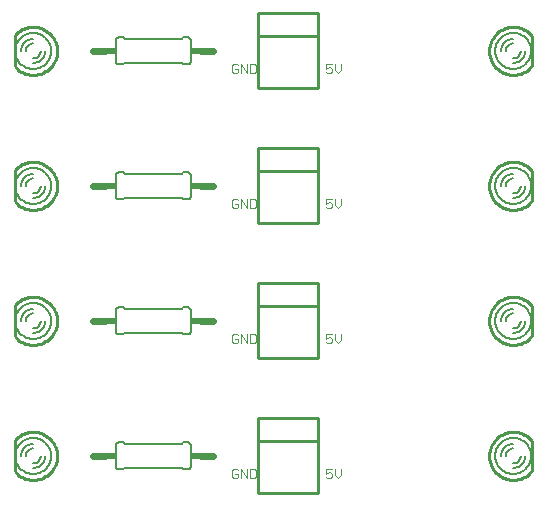
<source format=gto>
G75*
G70*
%OFA0B0*%
%FSLAX24Y24*%
%IPPOS*%
%LPD*%
%AMOC8*
5,1,8,0,0,1.08239X$1,22.5*
%
%ADD10C,0.0010*%
%ADD11C,0.0100*%
%ADD12C,0.0060*%
%ADD13C,0.0240*%
%ADD14R,0.0340X0.0240*%
D10*
X009439Y001407D02*
X009491Y001355D01*
X009594Y001355D01*
X009646Y001407D01*
X009646Y001510D01*
X009542Y001510D01*
X009439Y001407D02*
X009439Y001614D01*
X009491Y001665D01*
X009594Y001665D01*
X009646Y001614D01*
X009734Y001665D02*
X009940Y001355D01*
X009940Y001665D01*
X010028Y001665D02*
X010183Y001665D01*
X010235Y001614D01*
X010235Y001407D01*
X010183Y001355D01*
X010028Y001355D01*
X010028Y001665D01*
X009734Y001665D02*
X009734Y001355D01*
X012564Y001407D02*
X012616Y001355D01*
X012719Y001355D01*
X012771Y001407D01*
X012771Y001510D01*
X012719Y001562D01*
X012667Y001562D01*
X012564Y001510D01*
X012564Y001665D01*
X012771Y001665D01*
X012859Y001665D02*
X012859Y001458D01*
X012962Y001355D01*
X013065Y001458D01*
X013065Y001665D01*
X012962Y005855D02*
X013065Y005958D01*
X013065Y006165D01*
X012859Y006165D02*
X012859Y005958D01*
X012962Y005855D01*
X012771Y005907D02*
X012719Y005855D01*
X012616Y005855D01*
X012564Y005907D01*
X012564Y006010D02*
X012667Y006062D01*
X012719Y006062D01*
X012771Y006010D01*
X012771Y005907D01*
X012564Y006010D02*
X012564Y006165D01*
X012771Y006165D01*
X010235Y006114D02*
X010235Y005907D01*
X010183Y005855D01*
X010028Y005855D01*
X010028Y006165D01*
X010183Y006165D01*
X010235Y006114D01*
X009940Y006165D02*
X009940Y005855D01*
X009734Y006165D01*
X009734Y005855D01*
X009646Y005907D02*
X009646Y006010D01*
X009542Y006010D01*
X009439Y005907D02*
X009491Y005855D01*
X009594Y005855D01*
X009646Y005907D01*
X009646Y006114D02*
X009594Y006165D01*
X009491Y006165D01*
X009439Y006114D01*
X009439Y005907D01*
X009491Y010355D02*
X009594Y010355D01*
X009646Y010407D01*
X009646Y010510D01*
X009542Y010510D01*
X009439Y010407D02*
X009491Y010355D01*
X009439Y010407D02*
X009439Y010614D01*
X009491Y010665D01*
X009594Y010665D01*
X009646Y010614D01*
X009734Y010665D02*
X009940Y010355D01*
X009940Y010665D01*
X010028Y010665D02*
X010183Y010665D01*
X010235Y010614D01*
X010235Y010407D01*
X010183Y010355D01*
X010028Y010355D01*
X010028Y010665D01*
X009734Y010665D02*
X009734Y010355D01*
X012564Y010407D02*
X012616Y010355D01*
X012719Y010355D01*
X012771Y010407D01*
X012771Y010510D01*
X012719Y010562D01*
X012667Y010562D01*
X012564Y010510D01*
X012564Y010665D01*
X012771Y010665D01*
X012859Y010665D02*
X012859Y010458D01*
X012962Y010355D01*
X013065Y010458D01*
X013065Y010665D01*
X012962Y014855D02*
X013065Y014958D01*
X013065Y015165D01*
X012859Y015165D02*
X012859Y014958D01*
X012962Y014855D01*
X012771Y014907D02*
X012719Y014855D01*
X012616Y014855D01*
X012564Y014907D01*
X012564Y015010D02*
X012667Y015062D01*
X012719Y015062D01*
X012771Y015010D01*
X012771Y014907D01*
X012564Y015010D02*
X012564Y015165D01*
X012771Y015165D01*
X010235Y015114D02*
X010235Y014907D01*
X010183Y014855D01*
X010028Y014855D01*
X010028Y015165D01*
X010183Y015165D01*
X010235Y015114D01*
X009940Y015165D02*
X009940Y014855D01*
X009734Y015165D01*
X009734Y014855D01*
X009646Y014907D02*
X009646Y015010D01*
X009542Y015010D01*
X009439Y014907D02*
X009491Y014855D01*
X009594Y014855D01*
X009646Y014907D01*
X009439Y014907D02*
X009439Y015114D01*
X009491Y015165D01*
X009594Y015165D01*
X009646Y015114D01*
D11*
X002189Y002600D02*
X002189Y001600D01*
X002809Y001300D02*
X002863Y001302D01*
X002917Y001307D01*
X002970Y001316D01*
X003023Y001329D01*
X003074Y001345D01*
X003124Y001365D01*
X003173Y001388D01*
X003221Y001414D01*
X003266Y001443D01*
X003309Y001476D01*
X003350Y001511D01*
X003389Y001549D01*
X003425Y001589D01*
X003458Y001632D01*
X003488Y001677D01*
X003515Y001724D01*
X003504Y002497D02*
X003474Y002545D01*
X003441Y002590D01*
X003405Y002633D01*
X003367Y002674D01*
X003325Y002711D01*
X003281Y002746D01*
X003235Y002777D01*
X003186Y002806D01*
X003136Y002830D01*
X003084Y002851D01*
X003030Y002869D01*
X002976Y002882D01*
X002921Y002892D01*
X002865Y002898D01*
X002809Y002900D01*
X003490Y002519D02*
X003518Y002471D01*
X003542Y002422D01*
X003562Y002370D01*
X003579Y002318D01*
X003592Y002264D01*
X003601Y002210D01*
X003607Y002155D01*
X003609Y002100D01*
X003607Y002044D01*
X003601Y001987D01*
X003591Y001932D01*
X003577Y001877D01*
X003560Y001824D01*
X003538Y001771D01*
X003513Y001721D01*
X002809Y001300D02*
X002755Y001302D01*
X002702Y001307D01*
X002648Y001316D01*
X002596Y001329D01*
X002545Y001345D01*
X002494Y001365D01*
X002445Y001387D01*
X002398Y001413D01*
X002353Y001443D01*
X002310Y001475D01*
X002269Y001510D01*
X002230Y001548D01*
X002194Y001588D01*
X002198Y002617D02*
X002234Y002656D01*
X002273Y002694D01*
X002313Y002728D01*
X002356Y002760D01*
X002401Y002788D01*
X002448Y002814D01*
X002497Y002837D01*
X002547Y002856D01*
X002598Y002872D01*
X002650Y002884D01*
X002702Y002893D01*
X002756Y002898D01*
X002809Y002900D01*
X002189Y006100D02*
X002189Y007100D01*
X003490Y007019D02*
X003518Y006971D01*
X003542Y006922D01*
X003562Y006870D01*
X003579Y006818D01*
X003592Y006764D01*
X003601Y006710D01*
X003607Y006655D01*
X003609Y006600D01*
X003504Y006997D02*
X003474Y007045D01*
X003441Y007090D01*
X003405Y007133D01*
X003367Y007174D01*
X003325Y007211D01*
X003281Y007246D01*
X003235Y007277D01*
X003186Y007306D01*
X003136Y007330D01*
X003084Y007351D01*
X003030Y007369D01*
X002976Y007382D01*
X002921Y007392D01*
X002865Y007398D01*
X002809Y007400D01*
X003609Y006600D02*
X003607Y006544D01*
X003601Y006487D01*
X003591Y006432D01*
X003577Y006377D01*
X003560Y006324D01*
X003538Y006271D01*
X003513Y006221D01*
X002809Y005800D02*
X002755Y005802D01*
X002702Y005807D01*
X002648Y005816D01*
X002596Y005829D01*
X002545Y005845D01*
X002494Y005865D01*
X002445Y005887D01*
X002398Y005913D01*
X002353Y005943D01*
X002310Y005975D01*
X002269Y006010D01*
X002230Y006048D01*
X002194Y006088D01*
X002809Y005800D02*
X002863Y005802D01*
X002917Y005807D01*
X002970Y005816D01*
X003023Y005829D01*
X003074Y005845D01*
X003124Y005865D01*
X003173Y005888D01*
X003221Y005914D01*
X003266Y005943D01*
X003309Y005976D01*
X003350Y006011D01*
X003389Y006049D01*
X003425Y006089D01*
X003458Y006132D01*
X003488Y006177D01*
X003515Y006224D01*
X002809Y007400D02*
X002756Y007398D01*
X002702Y007393D01*
X002650Y007384D01*
X002598Y007372D01*
X002547Y007356D01*
X002497Y007337D01*
X002448Y007314D01*
X002401Y007288D01*
X002356Y007260D01*
X002313Y007228D01*
X002273Y007194D01*
X002234Y007156D01*
X002198Y007117D01*
X002189Y010600D02*
X002189Y011600D01*
X003490Y011519D02*
X003518Y011471D01*
X003542Y011422D01*
X003562Y011370D01*
X003579Y011318D01*
X003592Y011264D01*
X003601Y011210D01*
X003607Y011155D01*
X003609Y011100D01*
X003504Y011497D02*
X003474Y011545D01*
X003441Y011590D01*
X003405Y011633D01*
X003367Y011674D01*
X003325Y011711D01*
X003281Y011746D01*
X003235Y011777D01*
X003186Y011806D01*
X003136Y011830D01*
X003084Y011851D01*
X003030Y011869D01*
X002976Y011882D01*
X002921Y011892D01*
X002865Y011898D01*
X002809Y011900D01*
X003609Y011100D02*
X003607Y011044D01*
X003601Y010987D01*
X003591Y010932D01*
X003577Y010877D01*
X003560Y010824D01*
X003538Y010771D01*
X003513Y010721D01*
X002809Y010300D02*
X002755Y010302D01*
X002702Y010307D01*
X002648Y010316D01*
X002596Y010329D01*
X002545Y010345D01*
X002494Y010365D01*
X002445Y010387D01*
X002398Y010413D01*
X002353Y010443D01*
X002310Y010475D01*
X002269Y010510D01*
X002230Y010548D01*
X002194Y010588D01*
X002809Y010300D02*
X002863Y010302D01*
X002917Y010307D01*
X002970Y010316D01*
X003023Y010329D01*
X003074Y010345D01*
X003124Y010365D01*
X003173Y010388D01*
X003221Y010414D01*
X003266Y010443D01*
X003309Y010476D01*
X003350Y010511D01*
X003389Y010549D01*
X003425Y010589D01*
X003458Y010632D01*
X003488Y010677D01*
X003515Y010724D01*
X002809Y011900D02*
X002756Y011898D01*
X002702Y011893D01*
X002650Y011884D01*
X002598Y011872D01*
X002547Y011856D01*
X002497Y011837D01*
X002448Y011814D01*
X002401Y011788D01*
X002356Y011760D01*
X002313Y011728D01*
X002273Y011694D01*
X002234Y011656D01*
X002198Y011617D01*
X002189Y015100D02*
X002189Y016100D01*
X003490Y016019D02*
X003518Y015971D01*
X003542Y015922D01*
X003562Y015870D01*
X003579Y015818D01*
X003592Y015764D01*
X003601Y015710D01*
X003607Y015655D01*
X003609Y015600D01*
X003504Y015997D02*
X003474Y016045D01*
X003441Y016090D01*
X003405Y016133D01*
X003367Y016174D01*
X003325Y016211D01*
X003281Y016246D01*
X003235Y016277D01*
X003186Y016306D01*
X003136Y016330D01*
X003084Y016351D01*
X003030Y016369D01*
X002976Y016382D01*
X002921Y016392D01*
X002865Y016398D01*
X002809Y016400D01*
X003609Y015600D02*
X003607Y015544D01*
X003601Y015487D01*
X003591Y015432D01*
X003577Y015377D01*
X003560Y015324D01*
X003538Y015271D01*
X003513Y015221D01*
X002809Y014800D02*
X002755Y014802D01*
X002702Y014807D01*
X002648Y014816D01*
X002596Y014829D01*
X002545Y014845D01*
X002494Y014865D01*
X002445Y014887D01*
X002398Y014913D01*
X002353Y014943D01*
X002310Y014975D01*
X002269Y015010D01*
X002230Y015048D01*
X002194Y015088D01*
X002809Y014800D02*
X002863Y014802D01*
X002917Y014807D01*
X002970Y014816D01*
X003023Y014829D01*
X003074Y014845D01*
X003124Y014865D01*
X003173Y014888D01*
X003221Y014914D01*
X003266Y014943D01*
X003309Y014976D01*
X003350Y015011D01*
X003389Y015049D01*
X003425Y015089D01*
X003458Y015132D01*
X003488Y015177D01*
X003515Y015224D01*
X002809Y016400D02*
X002756Y016398D01*
X002702Y016393D01*
X002650Y016384D01*
X002598Y016372D01*
X002547Y016356D01*
X002497Y016337D01*
X002448Y016314D01*
X002401Y016288D01*
X002356Y016260D01*
X002313Y016228D01*
X002273Y016194D01*
X002234Y016156D01*
X002198Y016117D01*
X010309Y016100D02*
X010309Y014350D01*
X012309Y014350D01*
X012309Y016100D01*
X010309Y016100D01*
X010309Y016850D01*
X012309Y016850D01*
X012309Y016100D01*
X012309Y012350D02*
X010309Y012350D01*
X010309Y011600D01*
X012309Y011600D01*
X012309Y009850D01*
X010309Y009850D01*
X010309Y011600D01*
X012309Y011600D02*
X012309Y012350D01*
X012309Y007850D02*
X010309Y007850D01*
X010309Y007100D01*
X012309Y007100D01*
X012309Y005350D01*
X010309Y005350D01*
X010309Y007100D01*
X012309Y007100D02*
X012309Y007850D01*
X012309Y003350D02*
X010309Y003350D01*
X010309Y002600D01*
X012309Y002600D01*
X012309Y000850D01*
X010309Y000850D01*
X010309Y002600D01*
X012309Y002600D02*
X012309Y003350D01*
X018114Y001703D02*
X018144Y001655D01*
X018177Y001610D01*
X018213Y001567D01*
X018251Y001526D01*
X018293Y001489D01*
X018337Y001454D01*
X018383Y001423D01*
X018432Y001394D01*
X018482Y001370D01*
X018534Y001349D01*
X018588Y001331D01*
X018642Y001318D01*
X018697Y001308D01*
X018753Y001302D01*
X018809Y001300D01*
X019429Y001600D02*
X019429Y002600D01*
X018809Y002900D02*
X018755Y002898D01*
X018701Y002893D01*
X018648Y002884D01*
X018595Y002871D01*
X018544Y002855D01*
X018494Y002835D01*
X018445Y002812D01*
X018397Y002786D01*
X018352Y002757D01*
X018309Y002724D01*
X018268Y002689D01*
X018229Y002651D01*
X018193Y002611D01*
X018160Y002568D01*
X018130Y002523D01*
X018103Y002476D01*
X018105Y002479D02*
X018080Y002429D01*
X018058Y002376D01*
X018041Y002323D01*
X018027Y002268D01*
X018017Y002213D01*
X018011Y002156D01*
X018009Y002100D01*
X018011Y002045D01*
X018017Y001990D01*
X018026Y001936D01*
X018039Y001882D01*
X018056Y001830D01*
X018076Y001778D01*
X018100Y001729D01*
X018128Y001681D01*
X018809Y002900D02*
X018863Y002898D01*
X018916Y002893D01*
X018970Y002884D01*
X019022Y002871D01*
X019073Y002855D01*
X019124Y002835D01*
X019173Y002813D01*
X019220Y002787D01*
X019265Y002757D01*
X019308Y002725D01*
X019349Y002690D01*
X019388Y002652D01*
X019424Y002612D01*
X019420Y001583D02*
X019384Y001544D01*
X019345Y001506D01*
X019305Y001472D01*
X019262Y001440D01*
X019217Y001412D01*
X019170Y001386D01*
X019121Y001363D01*
X019071Y001344D01*
X019020Y001328D01*
X018968Y001316D01*
X018916Y001307D01*
X018862Y001302D01*
X018809Y001300D01*
X019429Y006100D02*
X019429Y007100D01*
X018809Y007400D02*
X018755Y007398D01*
X018701Y007393D01*
X018648Y007384D01*
X018595Y007371D01*
X018544Y007355D01*
X018494Y007335D01*
X018445Y007312D01*
X018397Y007286D01*
X018352Y007257D01*
X018309Y007224D01*
X018268Y007189D01*
X018229Y007151D01*
X018193Y007111D01*
X018160Y007068D01*
X018130Y007023D01*
X018103Y006976D01*
X018114Y006203D02*
X018144Y006155D01*
X018177Y006110D01*
X018213Y006067D01*
X018251Y006026D01*
X018293Y005989D01*
X018337Y005954D01*
X018383Y005923D01*
X018432Y005894D01*
X018482Y005870D01*
X018534Y005849D01*
X018588Y005831D01*
X018642Y005818D01*
X018697Y005808D01*
X018753Y005802D01*
X018809Y005800D01*
X018128Y006181D02*
X018100Y006229D01*
X018076Y006278D01*
X018056Y006330D01*
X018039Y006382D01*
X018026Y006436D01*
X018017Y006490D01*
X018011Y006545D01*
X018009Y006600D01*
X018011Y006656D01*
X018017Y006713D01*
X018027Y006768D01*
X018041Y006823D01*
X018058Y006876D01*
X018080Y006929D01*
X018105Y006979D01*
X018809Y007400D02*
X018863Y007398D01*
X018916Y007393D01*
X018970Y007384D01*
X019022Y007371D01*
X019073Y007355D01*
X019124Y007335D01*
X019173Y007313D01*
X019220Y007287D01*
X019265Y007257D01*
X019308Y007225D01*
X019349Y007190D01*
X019388Y007152D01*
X019424Y007112D01*
X019420Y006083D02*
X019384Y006044D01*
X019345Y006006D01*
X019305Y005972D01*
X019262Y005940D01*
X019217Y005912D01*
X019170Y005886D01*
X019121Y005863D01*
X019071Y005844D01*
X019020Y005828D01*
X018968Y005816D01*
X018916Y005807D01*
X018862Y005802D01*
X018809Y005800D01*
X019429Y010600D02*
X019429Y011600D01*
X018809Y011900D02*
X018755Y011898D01*
X018701Y011893D01*
X018648Y011884D01*
X018595Y011871D01*
X018544Y011855D01*
X018494Y011835D01*
X018445Y011812D01*
X018397Y011786D01*
X018352Y011757D01*
X018309Y011724D01*
X018268Y011689D01*
X018229Y011651D01*
X018193Y011611D01*
X018160Y011568D01*
X018130Y011523D01*
X018103Y011476D01*
X018114Y010703D02*
X018144Y010655D01*
X018177Y010610D01*
X018213Y010567D01*
X018251Y010526D01*
X018293Y010489D01*
X018337Y010454D01*
X018383Y010423D01*
X018432Y010394D01*
X018482Y010370D01*
X018534Y010349D01*
X018588Y010331D01*
X018642Y010318D01*
X018697Y010308D01*
X018753Y010302D01*
X018809Y010300D01*
X018128Y010681D02*
X018100Y010729D01*
X018076Y010778D01*
X018056Y010830D01*
X018039Y010882D01*
X018026Y010936D01*
X018017Y010990D01*
X018011Y011045D01*
X018009Y011100D01*
X018011Y011156D01*
X018017Y011213D01*
X018027Y011268D01*
X018041Y011323D01*
X018058Y011376D01*
X018080Y011429D01*
X018105Y011479D01*
X018809Y011900D02*
X018863Y011898D01*
X018916Y011893D01*
X018970Y011884D01*
X019022Y011871D01*
X019073Y011855D01*
X019124Y011835D01*
X019173Y011813D01*
X019220Y011787D01*
X019265Y011757D01*
X019308Y011725D01*
X019349Y011690D01*
X019388Y011652D01*
X019424Y011612D01*
X019420Y010583D02*
X019384Y010544D01*
X019345Y010506D01*
X019305Y010472D01*
X019262Y010440D01*
X019217Y010412D01*
X019170Y010386D01*
X019121Y010363D01*
X019071Y010344D01*
X019020Y010328D01*
X018968Y010316D01*
X018916Y010307D01*
X018862Y010302D01*
X018809Y010300D01*
X019429Y015100D02*
X019429Y016100D01*
X018809Y016400D02*
X018755Y016398D01*
X018701Y016393D01*
X018648Y016384D01*
X018595Y016371D01*
X018544Y016355D01*
X018494Y016335D01*
X018445Y016312D01*
X018397Y016286D01*
X018352Y016257D01*
X018309Y016224D01*
X018268Y016189D01*
X018229Y016151D01*
X018193Y016111D01*
X018160Y016068D01*
X018130Y016023D01*
X018103Y015976D01*
X018114Y015203D02*
X018144Y015155D01*
X018177Y015110D01*
X018213Y015067D01*
X018251Y015026D01*
X018293Y014989D01*
X018337Y014954D01*
X018383Y014923D01*
X018432Y014894D01*
X018482Y014870D01*
X018534Y014849D01*
X018588Y014831D01*
X018642Y014818D01*
X018697Y014808D01*
X018753Y014802D01*
X018809Y014800D01*
X018128Y015181D02*
X018100Y015229D01*
X018076Y015278D01*
X018056Y015330D01*
X018039Y015382D01*
X018026Y015436D01*
X018017Y015490D01*
X018011Y015545D01*
X018009Y015600D01*
X018011Y015656D01*
X018017Y015713D01*
X018027Y015768D01*
X018041Y015823D01*
X018058Y015876D01*
X018080Y015929D01*
X018105Y015979D01*
X018809Y016400D02*
X018863Y016398D01*
X018916Y016393D01*
X018970Y016384D01*
X019022Y016371D01*
X019073Y016355D01*
X019124Y016335D01*
X019173Y016313D01*
X019220Y016287D01*
X019265Y016257D01*
X019308Y016225D01*
X019349Y016190D01*
X019388Y016152D01*
X019424Y016112D01*
X019420Y015083D02*
X019384Y015044D01*
X019345Y015006D01*
X019305Y014972D01*
X019262Y014940D01*
X019217Y014912D01*
X019170Y014886D01*
X019121Y014863D01*
X019071Y014844D01*
X019020Y014828D01*
X018968Y014816D01*
X018916Y014807D01*
X018862Y014802D01*
X018809Y014800D01*
D12*
X018361Y015201D02*
X018330Y015239D01*
X018302Y015279D01*
X018278Y015321D01*
X018257Y015364D01*
X018240Y015410D01*
X018227Y015456D01*
X018217Y015504D01*
X018211Y015552D01*
X018209Y015600D01*
X018809Y016200D02*
X018856Y016198D01*
X018904Y016192D01*
X018950Y016183D01*
X018996Y016170D01*
X019040Y016154D01*
X019084Y016133D01*
X019125Y016110D01*
X019164Y016084D01*
X019201Y016054D01*
X019236Y016021D01*
X019268Y015986D01*
X019297Y015949D01*
X018809Y015000D02*
X018764Y015002D01*
X018718Y015007D01*
X018674Y015015D01*
X018630Y015027D01*
X018587Y015043D01*
X018545Y015061D01*
X018505Y015083D01*
X018467Y015107D01*
X018431Y015134D01*
X018396Y015164D01*
X018365Y015197D01*
X018335Y015232D01*
X019409Y015600D02*
X019407Y015647D01*
X019402Y015694D01*
X019392Y015740D01*
X019379Y015786D01*
X019363Y015830D01*
X019343Y015873D01*
X019320Y015914D01*
X019294Y015953D01*
X019265Y015990D01*
X019209Y015600D02*
X019207Y015561D01*
X019201Y015522D01*
X019192Y015484D01*
X019179Y015447D01*
X019162Y015411D01*
X019142Y015378D01*
X019118Y015346D01*
X019092Y015317D01*
X019063Y015291D01*
X019031Y015267D01*
X018998Y015247D01*
X018962Y015230D01*
X018925Y015217D01*
X018887Y015208D01*
X018848Y015202D01*
X018809Y015200D01*
X018209Y015600D02*
X018211Y015646D01*
X018216Y015692D01*
X018225Y015738D01*
X018237Y015782D01*
X018253Y015826D01*
X018272Y015868D01*
X018294Y015909D01*
X018320Y015947D01*
X018348Y015984D01*
X018809Y015000D02*
X018854Y015002D01*
X018900Y015007D01*
X018944Y015015D01*
X018988Y015027D01*
X019031Y015043D01*
X019073Y015061D01*
X019113Y015083D01*
X019151Y015107D01*
X019187Y015134D01*
X019222Y015164D01*
X019253Y015197D01*
X019283Y015232D01*
X019059Y015600D02*
X019057Y015570D01*
X019052Y015540D01*
X019043Y015511D01*
X019030Y015484D01*
X019015Y015458D01*
X018996Y015434D01*
X018975Y015413D01*
X018951Y015394D01*
X018925Y015379D01*
X018898Y015366D01*
X018869Y015357D01*
X018839Y015352D01*
X018809Y015350D01*
X018329Y015960D02*
X018358Y015996D01*
X018390Y016030D01*
X018425Y016061D01*
X018461Y016089D01*
X018500Y016114D01*
X018541Y016137D01*
X018583Y016156D01*
X018626Y016172D01*
X018671Y016184D01*
X018717Y016193D01*
X018763Y016198D01*
X018809Y016200D01*
X019409Y015600D02*
X019407Y015554D01*
X019402Y015508D01*
X019393Y015462D01*
X019381Y015418D01*
X019365Y015374D01*
X019346Y015332D01*
X019324Y015291D01*
X019298Y015253D01*
X019270Y015216D01*
X018809Y016000D02*
X018770Y015998D01*
X018731Y015992D01*
X018693Y015983D01*
X018656Y015970D01*
X018620Y015953D01*
X018587Y015933D01*
X018555Y015909D01*
X018526Y015883D01*
X018500Y015854D01*
X018476Y015822D01*
X018456Y015789D01*
X018439Y015753D01*
X018426Y015716D01*
X018417Y015678D01*
X018411Y015639D01*
X018409Y015600D01*
X018559Y015600D02*
X018561Y015630D01*
X018566Y015660D01*
X018575Y015689D01*
X018588Y015716D01*
X018603Y015742D01*
X018622Y015766D01*
X018643Y015787D01*
X018667Y015806D01*
X018693Y015821D01*
X018720Y015834D01*
X018749Y015843D01*
X018779Y015848D01*
X018809Y015850D01*
X019409Y011100D02*
X019407Y011054D01*
X019402Y011008D01*
X019393Y010962D01*
X019381Y010918D01*
X019365Y010874D01*
X019346Y010832D01*
X019324Y010791D01*
X019298Y010753D01*
X019270Y010716D01*
X018361Y010701D02*
X018330Y010739D01*
X018302Y010779D01*
X018278Y010821D01*
X018257Y010864D01*
X018240Y010910D01*
X018227Y010956D01*
X018217Y011004D01*
X018211Y011052D01*
X018209Y011100D01*
X018809Y011700D02*
X018856Y011698D01*
X018904Y011692D01*
X018950Y011683D01*
X018996Y011670D01*
X019040Y011654D01*
X019084Y011633D01*
X019125Y011610D01*
X019164Y011584D01*
X019201Y011554D01*
X019236Y011521D01*
X019268Y011486D01*
X019297Y011449D01*
X018809Y010500D02*
X018764Y010502D01*
X018718Y010507D01*
X018674Y010515D01*
X018630Y010527D01*
X018587Y010543D01*
X018545Y010561D01*
X018505Y010583D01*
X018467Y010607D01*
X018431Y010634D01*
X018396Y010664D01*
X018365Y010697D01*
X018335Y010732D01*
X019409Y011100D02*
X019407Y011147D01*
X019402Y011194D01*
X019392Y011240D01*
X019379Y011286D01*
X019363Y011330D01*
X019343Y011373D01*
X019320Y011414D01*
X019294Y011453D01*
X019265Y011490D01*
X019209Y011100D02*
X019207Y011061D01*
X019201Y011022D01*
X019192Y010984D01*
X019179Y010947D01*
X019162Y010911D01*
X019142Y010878D01*
X019118Y010846D01*
X019092Y010817D01*
X019063Y010791D01*
X019031Y010767D01*
X018998Y010747D01*
X018962Y010730D01*
X018925Y010717D01*
X018887Y010708D01*
X018848Y010702D01*
X018809Y010700D01*
X018209Y011100D02*
X018211Y011146D01*
X018216Y011192D01*
X018225Y011238D01*
X018237Y011282D01*
X018253Y011326D01*
X018272Y011368D01*
X018294Y011409D01*
X018320Y011447D01*
X018348Y011484D01*
X018809Y010500D02*
X018854Y010502D01*
X018900Y010507D01*
X018944Y010515D01*
X018988Y010527D01*
X019031Y010543D01*
X019073Y010561D01*
X019113Y010583D01*
X019151Y010607D01*
X019187Y010634D01*
X019222Y010664D01*
X019253Y010697D01*
X019283Y010732D01*
X019059Y011100D02*
X019057Y011070D01*
X019052Y011040D01*
X019043Y011011D01*
X019030Y010984D01*
X019015Y010958D01*
X018996Y010934D01*
X018975Y010913D01*
X018951Y010894D01*
X018925Y010879D01*
X018898Y010866D01*
X018869Y010857D01*
X018839Y010852D01*
X018809Y010850D01*
X018329Y011460D02*
X018358Y011496D01*
X018390Y011530D01*
X018425Y011561D01*
X018461Y011589D01*
X018500Y011614D01*
X018541Y011637D01*
X018583Y011656D01*
X018626Y011672D01*
X018671Y011684D01*
X018717Y011693D01*
X018763Y011698D01*
X018809Y011700D01*
X018809Y011500D02*
X018770Y011498D01*
X018731Y011492D01*
X018693Y011483D01*
X018656Y011470D01*
X018620Y011453D01*
X018587Y011433D01*
X018555Y011409D01*
X018526Y011383D01*
X018500Y011354D01*
X018476Y011322D01*
X018456Y011289D01*
X018439Y011253D01*
X018426Y011216D01*
X018417Y011178D01*
X018411Y011139D01*
X018409Y011100D01*
X018559Y011100D02*
X018561Y011130D01*
X018566Y011160D01*
X018575Y011189D01*
X018588Y011216D01*
X018603Y011242D01*
X018622Y011266D01*
X018643Y011287D01*
X018667Y011306D01*
X018693Y011321D01*
X018720Y011334D01*
X018749Y011343D01*
X018779Y011348D01*
X018809Y011350D01*
X019409Y006600D02*
X019407Y006554D01*
X019402Y006508D01*
X019393Y006462D01*
X019381Y006418D01*
X019365Y006374D01*
X019346Y006332D01*
X019324Y006291D01*
X019298Y006253D01*
X019270Y006216D01*
X018361Y006201D02*
X018330Y006239D01*
X018302Y006279D01*
X018278Y006321D01*
X018257Y006364D01*
X018240Y006410D01*
X018227Y006456D01*
X018217Y006504D01*
X018211Y006552D01*
X018209Y006600D01*
X018809Y007200D02*
X018856Y007198D01*
X018904Y007192D01*
X018950Y007183D01*
X018996Y007170D01*
X019040Y007154D01*
X019084Y007133D01*
X019125Y007110D01*
X019164Y007084D01*
X019201Y007054D01*
X019236Y007021D01*
X019268Y006986D01*
X019297Y006949D01*
X018809Y006000D02*
X018764Y006002D01*
X018718Y006007D01*
X018674Y006015D01*
X018630Y006027D01*
X018587Y006043D01*
X018545Y006061D01*
X018505Y006083D01*
X018467Y006107D01*
X018431Y006134D01*
X018396Y006164D01*
X018365Y006197D01*
X018335Y006232D01*
X019409Y006600D02*
X019407Y006647D01*
X019402Y006694D01*
X019392Y006740D01*
X019379Y006786D01*
X019363Y006830D01*
X019343Y006873D01*
X019320Y006914D01*
X019294Y006953D01*
X019265Y006990D01*
X019209Y006600D02*
X019207Y006561D01*
X019201Y006522D01*
X019192Y006484D01*
X019179Y006447D01*
X019162Y006411D01*
X019142Y006378D01*
X019118Y006346D01*
X019092Y006317D01*
X019063Y006291D01*
X019031Y006267D01*
X018998Y006247D01*
X018962Y006230D01*
X018925Y006217D01*
X018887Y006208D01*
X018848Y006202D01*
X018809Y006200D01*
X018209Y006600D02*
X018211Y006646D01*
X018216Y006692D01*
X018225Y006738D01*
X018237Y006782D01*
X018253Y006826D01*
X018272Y006868D01*
X018294Y006909D01*
X018320Y006947D01*
X018348Y006984D01*
X018809Y006000D02*
X018854Y006002D01*
X018900Y006007D01*
X018944Y006015D01*
X018988Y006027D01*
X019031Y006043D01*
X019073Y006061D01*
X019113Y006083D01*
X019151Y006107D01*
X019187Y006134D01*
X019222Y006164D01*
X019253Y006197D01*
X019283Y006232D01*
X019059Y006600D02*
X019057Y006570D01*
X019052Y006540D01*
X019043Y006511D01*
X019030Y006484D01*
X019015Y006458D01*
X018996Y006434D01*
X018975Y006413D01*
X018951Y006394D01*
X018925Y006379D01*
X018898Y006366D01*
X018869Y006357D01*
X018839Y006352D01*
X018809Y006350D01*
X018329Y006960D02*
X018358Y006996D01*
X018390Y007030D01*
X018425Y007061D01*
X018461Y007089D01*
X018500Y007114D01*
X018541Y007137D01*
X018583Y007156D01*
X018626Y007172D01*
X018671Y007184D01*
X018717Y007193D01*
X018763Y007198D01*
X018809Y007200D01*
X018809Y007000D02*
X018770Y006998D01*
X018731Y006992D01*
X018693Y006983D01*
X018656Y006970D01*
X018620Y006953D01*
X018587Y006933D01*
X018555Y006909D01*
X018526Y006883D01*
X018500Y006854D01*
X018476Y006822D01*
X018456Y006789D01*
X018439Y006753D01*
X018426Y006716D01*
X018417Y006678D01*
X018411Y006639D01*
X018409Y006600D01*
X018559Y006600D02*
X018561Y006630D01*
X018566Y006660D01*
X018575Y006689D01*
X018588Y006716D01*
X018603Y006742D01*
X018622Y006766D01*
X018643Y006787D01*
X018667Y006806D01*
X018693Y006821D01*
X018720Y006834D01*
X018749Y006843D01*
X018779Y006848D01*
X018809Y006850D01*
X019409Y002100D02*
X019407Y002054D01*
X019402Y002008D01*
X019393Y001962D01*
X019381Y001918D01*
X019365Y001874D01*
X019346Y001832D01*
X019324Y001791D01*
X019298Y001753D01*
X019270Y001716D01*
X018361Y001701D02*
X018330Y001739D01*
X018302Y001779D01*
X018278Y001821D01*
X018257Y001864D01*
X018240Y001910D01*
X018227Y001956D01*
X018217Y002004D01*
X018211Y002052D01*
X018209Y002100D01*
X018809Y002700D02*
X018856Y002698D01*
X018904Y002692D01*
X018950Y002683D01*
X018996Y002670D01*
X019040Y002654D01*
X019084Y002633D01*
X019125Y002610D01*
X019164Y002584D01*
X019201Y002554D01*
X019236Y002521D01*
X019268Y002486D01*
X019297Y002449D01*
X018809Y001500D02*
X018764Y001502D01*
X018718Y001507D01*
X018674Y001515D01*
X018630Y001527D01*
X018587Y001543D01*
X018545Y001561D01*
X018505Y001583D01*
X018467Y001607D01*
X018431Y001634D01*
X018396Y001664D01*
X018365Y001697D01*
X018335Y001732D01*
X019409Y002100D02*
X019407Y002147D01*
X019402Y002194D01*
X019392Y002240D01*
X019379Y002286D01*
X019363Y002330D01*
X019343Y002373D01*
X019320Y002414D01*
X019294Y002453D01*
X019265Y002490D01*
X019209Y002100D02*
X019207Y002061D01*
X019201Y002022D01*
X019192Y001984D01*
X019179Y001947D01*
X019162Y001911D01*
X019142Y001878D01*
X019118Y001846D01*
X019092Y001817D01*
X019063Y001791D01*
X019031Y001767D01*
X018998Y001747D01*
X018962Y001730D01*
X018925Y001717D01*
X018887Y001708D01*
X018848Y001702D01*
X018809Y001700D01*
X018209Y002100D02*
X018211Y002146D01*
X018216Y002192D01*
X018225Y002238D01*
X018237Y002282D01*
X018253Y002326D01*
X018272Y002368D01*
X018294Y002409D01*
X018320Y002447D01*
X018348Y002484D01*
X018809Y001500D02*
X018854Y001502D01*
X018900Y001507D01*
X018944Y001515D01*
X018988Y001527D01*
X019031Y001543D01*
X019073Y001561D01*
X019113Y001583D01*
X019151Y001607D01*
X019187Y001634D01*
X019222Y001664D01*
X019253Y001697D01*
X019283Y001732D01*
X019059Y002100D02*
X019057Y002070D01*
X019052Y002040D01*
X019043Y002011D01*
X019030Y001984D01*
X019015Y001958D01*
X018996Y001934D01*
X018975Y001913D01*
X018951Y001894D01*
X018925Y001879D01*
X018898Y001866D01*
X018869Y001857D01*
X018839Y001852D01*
X018809Y001850D01*
X018329Y002460D02*
X018358Y002496D01*
X018390Y002530D01*
X018425Y002561D01*
X018461Y002589D01*
X018500Y002614D01*
X018541Y002637D01*
X018583Y002656D01*
X018626Y002672D01*
X018671Y002684D01*
X018717Y002693D01*
X018763Y002698D01*
X018809Y002700D01*
X018809Y002500D02*
X018770Y002498D01*
X018731Y002492D01*
X018693Y002483D01*
X018656Y002470D01*
X018620Y002453D01*
X018587Y002433D01*
X018555Y002409D01*
X018526Y002383D01*
X018500Y002354D01*
X018476Y002322D01*
X018456Y002289D01*
X018439Y002253D01*
X018426Y002216D01*
X018417Y002178D01*
X018411Y002139D01*
X018409Y002100D01*
X018559Y002100D02*
X018561Y002130D01*
X018566Y002160D01*
X018575Y002189D01*
X018588Y002216D01*
X018603Y002242D01*
X018622Y002266D01*
X018643Y002287D01*
X018667Y002306D01*
X018693Y002321D01*
X018720Y002334D01*
X018749Y002343D01*
X018779Y002348D01*
X018809Y002350D01*
X008059Y002450D02*
X008059Y001750D01*
X008057Y001733D01*
X008053Y001716D01*
X008046Y001700D01*
X008036Y001686D01*
X008023Y001673D01*
X008009Y001663D01*
X007993Y001656D01*
X007976Y001652D01*
X007959Y001650D01*
X007809Y001650D01*
X007759Y001700D01*
X005859Y001700D01*
X005809Y001650D01*
X005659Y001650D01*
X005642Y001652D01*
X005625Y001656D01*
X005609Y001663D01*
X005595Y001673D01*
X005582Y001686D01*
X005572Y001700D01*
X005565Y001716D01*
X005561Y001733D01*
X005559Y001750D01*
X005559Y002450D01*
X005561Y002467D01*
X005565Y002484D01*
X005572Y002500D01*
X005582Y002514D01*
X005595Y002527D01*
X005609Y002537D01*
X005625Y002544D01*
X005642Y002548D01*
X005659Y002550D01*
X005809Y002550D01*
X005859Y002500D01*
X007759Y002500D01*
X007809Y002550D01*
X007959Y002550D01*
X007976Y002548D01*
X007993Y002544D01*
X008009Y002537D01*
X008023Y002527D01*
X008036Y002514D01*
X008046Y002500D01*
X008053Y002484D01*
X008057Y002467D01*
X008059Y002450D01*
X007959Y006150D02*
X007809Y006150D01*
X007759Y006200D01*
X005859Y006200D01*
X005809Y006150D01*
X005659Y006150D01*
X005642Y006152D01*
X005625Y006156D01*
X005609Y006163D01*
X005595Y006173D01*
X005582Y006186D01*
X005572Y006200D01*
X005565Y006216D01*
X005561Y006233D01*
X005559Y006250D01*
X005559Y006950D01*
X005561Y006967D01*
X005565Y006984D01*
X005572Y007000D01*
X005582Y007014D01*
X005595Y007027D01*
X005609Y007037D01*
X005625Y007044D01*
X005642Y007048D01*
X005659Y007050D01*
X005809Y007050D01*
X005859Y007000D01*
X007759Y007000D01*
X007809Y007050D01*
X007959Y007050D01*
X007976Y007048D01*
X007993Y007044D01*
X008009Y007037D01*
X008023Y007027D01*
X008036Y007014D01*
X008046Y007000D01*
X008053Y006984D01*
X008057Y006967D01*
X008059Y006950D01*
X008059Y006250D01*
X008057Y006233D01*
X008053Y006216D01*
X008046Y006200D01*
X008036Y006186D01*
X008023Y006173D01*
X008009Y006163D01*
X007993Y006156D01*
X007976Y006152D01*
X007959Y006150D01*
X002809Y006000D02*
X002762Y006002D01*
X002714Y006008D01*
X002668Y006017D01*
X002622Y006030D01*
X002578Y006046D01*
X002534Y006067D01*
X002493Y006090D01*
X002454Y006116D01*
X002417Y006146D01*
X002382Y006179D01*
X002350Y006214D01*
X002321Y006251D01*
X002809Y007200D02*
X002854Y007198D01*
X002900Y007193D01*
X002944Y007185D01*
X002988Y007173D01*
X003031Y007157D01*
X003073Y007139D01*
X003113Y007117D01*
X003151Y007093D01*
X003187Y007066D01*
X003222Y007036D01*
X003253Y007003D01*
X003283Y006968D01*
X003257Y006999D02*
X003288Y006961D01*
X003316Y006921D01*
X003340Y006879D01*
X003361Y006836D01*
X003378Y006790D01*
X003391Y006744D01*
X003401Y006696D01*
X003407Y006648D01*
X003409Y006600D01*
X002809Y007200D02*
X002764Y007198D01*
X002718Y007193D01*
X002674Y007185D01*
X002630Y007173D01*
X002587Y007157D01*
X002545Y007139D01*
X002505Y007117D01*
X002467Y007093D01*
X002431Y007066D01*
X002396Y007036D01*
X002365Y007003D01*
X002335Y006968D01*
X002209Y006600D02*
X002211Y006553D01*
X002216Y006506D01*
X002226Y006460D01*
X002239Y006414D01*
X002255Y006370D01*
X002275Y006327D01*
X002298Y006286D01*
X002324Y006247D01*
X002353Y006210D01*
X002209Y006600D02*
X002211Y006646D01*
X002216Y006692D01*
X002225Y006738D01*
X002237Y006782D01*
X002253Y006826D01*
X002272Y006868D01*
X002294Y006909D01*
X002320Y006947D01*
X002348Y006984D01*
X002809Y006000D02*
X002855Y006002D01*
X002901Y006007D01*
X002947Y006016D01*
X002992Y006028D01*
X003035Y006044D01*
X003077Y006063D01*
X003118Y006086D01*
X003157Y006111D01*
X003193Y006139D01*
X003228Y006170D01*
X003260Y006204D01*
X003289Y006240D01*
X002809Y007000D02*
X002770Y006998D01*
X002731Y006992D01*
X002693Y006983D01*
X002656Y006970D01*
X002620Y006953D01*
X002587Y006933D01*
X002555Y006909D01*
X002526Y006883D01*
X002500Y006854D01*
X002476Y006822D01*
X002456Y006789D01*
X002439Y006753D01*
X002426Y006716D01*
X002417Y006678D01*
X002411Y006639D01*
X002409Y006600D01*
X002559Y006600D02*
X002561Y006630D01*
X002566Y006660D01*
X002575Y006689D01*
X002588Y006716D01*
X002603Y006742D01*
X002622Y006766D01*
X002643Y006787D01*
X002667Y006806D01*
X002693Y006821D01*
X002720Y006834D01*
X002749Y006843D01*
X002779Y006848D01*
X002809Y006850D01*
X003409Y006600D02*
X003407Y006554D01*
X003402Y006508D01*
X003393Y006462D01*
X003381Y006418D01*
X003365Y006374D01*
X003346Y006332D01*
X003324Y006291D01*
X003298Y006253D01*
X003270Y006216D01*
X003209Y006600D02*
X003207Y006561D01*
X003201Y006522D01*
X003192Y006484D01*
X003179Y006447D01*
X003162Y006411D01*
X003142Y006378D01*
X003118Y006346D01*
X003092Y006317D01*
X003063Y006291D01*
X003031Y006267D01*
X002998Y006247D01*
X002962Y006230D01*
X002925Y006217D01*
X002887Y006208D01*
X002848Y006202D01*
X002809Y006200D01*
X002809Y006350D02*
X002839Y006352D01*
X002869Y006357D01*
X002898Y006366D01*
X002925Y006379D01*
X002951Y006394D01*
X002975Y006413D01*
X002996Y006434D01*
X003015Y006458D01*
X003030Y006484D01*
X003043Y006511D01*
X003052Y006540D01*
X003057Y006570D01*
X003059Y006600D01*
X005659Y010650D02*
X005809Y010650D01*
X005859Y010700D01*
X007759Y010700D01*
X007809Y010650D01*
X007959Y010650D01*
X007976Y010652D01*
X007993Y010656D01*
X008009Y010663D01*
X008023Y010673D01*
X008036Y010686D01*
X008046Y010700D01*
X008053Y010716D01*
X008057Y010733D01*
X008059Y010750D01*
X008059Y011450D01*
X008057Y011467D01*
X008053Y011484D01*
X008046Y011500D01*
X008036Y011514D01*
X008023Y011527D01*
X008009Y011537D01*
X007993Y011544D01*
X007976Y011548D01*
X007959Y011550D01*
X007809Y011550D01*
X007759Y011500D01*
X005859Y011500D01*
X005809Y011550D01*
X005659Y011550D01*
X005642Y011548D01*
X005625Y011544D01*
X005609Y011537D01*
X005595Y011527D01*
X005582Y011514D01*
X005572Y011500D01*
X005565Y011484D01*
X005561Y011467D01*
X005559Y011450D01*
X005559Y010750D01*
X005561Y010733D01*
X005565Y010716D01*
X005572Y010700D01*
X005582Y010686D01*
X005595Y010673D01*
X005609Y010663D01*
X005625Y010656D01*
X005642Y010652D01*
X005659Y010650D01*
X002809Y010500D02*
X002762Y010502D01*
X002714Y010508D01*
X002668Y010517D01*
X002622Y010530D01*
X002578Y010546D01*
X002534Y010567D01*
X002493Y010590D01*
X002454Y010616D01*
X002417Y010646D01*
X002382Y010679D01*
X002350Y010714D01*
X002321Y010751D01*
X002809Y011700D02*
X002854Y011698D01*
X002900Y011693D01*
X002944Y011685D01*
X002988Y011673D01*
X003031Y011657D01*
X003073Y011639D01*
X003113Y011617D01*
X003151Y011593D01*
X003187Y011566D01*
X003222Y011536D01*
X003253Y011503D01*
X003283Y011468D01*
X003257Y011499D02*
X003288Y011461D01*
X003316Y011421D01*
X003340Y011379D01*
X003361Y011336D01*
X003378Y011290D01*
X003391Y011244D01*
X003401Y011196D01*
X003407Y011148D01*
X003409Y011100D01*
X002809Y011700D02*
X002764Y011698D01*
X002718Y011693D01*
X002674Y011685D01*
X002630Y011673D01*
X002587Y011657D01*
X002545Y011639D01*
X002505Y011617D01*
X002467Y011593D01*
X002431Y011566D01*
X002396Y011536D01*
X002365Y011503D01*
X002335Y011468D01*
X002209Y011100D02*
X002211Y011053D01*
X002216Y011006D01*
X002226Y010960D01*
X002239Y010914D01*
X002255Y010870D01*
X002275Y010827D01*
X002298Y010786D01*
X002324Y010747D01*
X002353Y010710D01*
X002209Y011100D02*
X002211Y011146D01*
X002216Y011192D01*
X002225Y011238D01*
X002237Y011282D01*
X002253Y011326D01*
X002272Y011368D01*
X002294Y011409D01*
X002320Y011447D01*
X002348Y011484D01*
X002809Y010500D02*
X002855Y010502D01*
X002901Y010507D01*
X002947Y010516D01*
X002992Y010528D01*
X003035Y010544D01*
X003077Y010563D01*
X003118Y010586D01*
X003157Y010611D01*
X003193Y010639D01*
X003228Y010670D01*
X003260Y010704D01*
X003289Y010740D01*
X002809Y011500D02*
X002770Y011498D01*
X002731Y011492D01*
X002693Y011483D01*
X002656Y011470D01*
X002620Y011453D01*
X002587Y011433D01*
X002555Y011409D01*
X002526Y011383D01*
X002500Y011354D01*
X002476Y011322D01*
X002456Y011289D01*
X002439Y011253D01*
X002426Y011216D01*
X002417Y011178D01*
X002411Y011139D01*
X002409Y011100D01*
X002559Y011100D02*
X002561Y011130D01*
X002566Y011160D01*
X002575Y011189D01*
X002588Y011216D01*
X002603Y011242D01*
X002622Y011266D01*
X002643Y011287D01*
X002667Y011306D01*
X002693Y011321D01*
X002720Y011334D01*
X002749Y011343D01*
X002779Y011348D01*
X002809Y011350D01*
X003409Y011100D02*
X003407Y011054D01*
X003402Y011008D01*
X003393Y010962D01*
X003381Y010918D01*
X003365Y010874D01*
X003346Y010832D01*
X003324Y010791D01*
X003298Y010753D01*
X003270Y010716D01*
X003209Y011100D02*
X003207Y011061D01*
X003201Y011022D01*
X003192Y010984D01*
X003179Y010947D01*
X003162Y010911D01*
X003142Y010878D01*
X003118Y010846D01*
X003092Y010817D01*
X003063Y010791D01*
X003031Y010767D01*
X002998Y010747D01*
X002962Y010730D01*
X002925Y010717D01*
X002887Y010708D01*
X002848Y010702D01*
X002809Y010700D01*
X002809Y010850D02*
X002839Y010852D01*
X002869Y010857D01*
X002898Y010866D01*
X002925Y010879D01*
X002951Y010894D01*
X002975Y010913D01*
X002996Y010934D01*
X003015Y010958D01*
X003030Y010984D01*
X003043Y011011D01*
X003052Y011040D01*
X003057Y011070D01*
X003059Y011100D01*
X005659Y015150D02*
X005809Y015150D01*
X005859Y015200D01*
X007759Y015200D01*
X007809Y015150D01*
X007959Y015150D01*
X007976Y015152D01*
X007993Y015156D01*
X008009Y015163D01*
X008023Y015173D01*
X008036Y015186D01*
X008046Y015200D01*
X008053Y015216D01*
X008057Y015233D01*
X008059Y015250D01*
X008059Y015950D01*
X008057Y015967D01*
X008053Y015984D01*
X008046Y016000D01*
X008036Y016014D01*
X008023Y016027D01*
X008009Y016037D01*
X007993Y016044D01*
X007976Y016048D01*
X007959Y016050D01*
X007809Y016050D01*
X007759Y016000D01*
X005859Y016000D01*
X005809Y016050D01*
X005659Y016050D01*
X005642Y016048D01*
X005625Y016044D01*
X005609Y016037D01*
X005595Y016027D01*
X005582Y016014D01*
X005572Y016000D01*
X005565Y015984D01*
X005561Y015967D01*
X005559Y015950D01*
X005559Y015250D01*
X005561Y015233D01*
X005565Y015216D01*
X005572Y015200D01*
X005582Y015186D01*
X005595Y015173D01*
X005609Y015163D01*
X005625Y015156D01*
X005642Y015152D01*
X005659Y015150D01*
X002809Y015000D02*
X002762Y015002D01*
X002714Y015008D01*
X002668Y015017D01*
X002622Y015030D01*
X002578Y015046D01*
X002534Y015067D01*
X002493Y015090D01*
X002454Y015116D01*
X002417Y015146D01*
X002382Y015179D01*
X002350Y015214D01*
X002321Y015251D01*
X002809Y016200D02*
X002854Y016198D01*
X002900Y016193D01*
X002944Y016185D01*
X002988Y016173D01*
X003031Y016157D01*
X003073Y016139D01*
X003113Y016117D01*
X003151Y016093D01*
X003187Y016066D01*
X003222Y016036D01*
X003253Y016003D01*
X003283Y015968D01*
X003257Y015999D02*
X003288Y015961D01*
X003316Y015921D01*
X003340Y015879D01*
X003361Y015836D01*
X003378Y015790D01*
X003391Y015744D01*
X003401Y015696D01*
X003407Y015648D01*
X003409Y015600D01*
X002809Y016200D02*
X002764Y016198D01*
X002718Y016193D01*
X002674Y016185D01*
X002630Y016173D01*
X002587Y016157D01*
X002545Y016139D01*
X002505Y016117D01*
X002467Y016093D01*
X002431Y016066D01*
X002396Y016036D01*
X002365Y016003D01*
X002335Y015968D01*
X002209Y015600D02*
X002211Y015553D01*
X002216Y015506D01*
X002226Y015460D01*
X002239Y015414D01*
X002255Y015370D01*
X002275Y015327D01*
X002298Y015286D01*
X002324Y015247D01*
X002353Y015210D01*
X002209Y015600D02*
X002211Y015646D01*
X002216Y015692D01*
X002225Y015738D01*
X002237Y015782D01*
X002253Y015826D01*
X002272Y015868D01*
X002294Y015909D01*
X002320Y015947D01*
X002348Y015984D01*
X002809Y015000D02*
X002855Y015002D01*
X002901Y015007D01*
X002947Y015016D01*
X002992Y015028D01*
X003035Y015044D01*
X003077Y015063D01*
X003118Y015086D01*
X003157Y015111D01*
X003193Y015139D01*
X003228Y015170D01*
X003260Y015204D01*
X003289Y015240D01*
X002809Y016000D02*
X002770Y015998D01*
X002731Y015992D01*
X002693Y015983D01*
X002656Y015970D01*
X002620Y015953D01*
X002587Y015933D01*
X002555Y015909D01*
X002526Y015883D01*
X002500Y015854D01*
X002476Y015822D01*
X002456Y015789D01*
X002439Y015753D01*
X002426Y015716D01*
X002417Y015678D01*
X002411Y015639D01*
X002409Y015600D01*
X002559Y015600D02*
X002561Y015630D01*
X002566Y015660D01*
X002575Y015689D01*
X002588Y015716D01*
X002603Y015742D01*
X002622Y015766D01*
X002643Y015787D01*
X002667Y015806D01*
X002693Y015821D01*
X002720Y015834D01*
X002749Y015843D01*
X002779Y015848D01*
X002809Y015850D01*
X003409Y015600D02*
X003407Y015554D01*
X003402Y015508D01*
X003393Y015462D01*
X003381Y015418D01*
X003365Y015374D01*
X003346Y015332D01*
X003324Y015291D01*
X003298Y015253D01*
X003270Y015216D01*
X003209Y015600D02*
X003207Y015561D01*
X003201Y015522D01*
X003192Y015484D01*
X003179Y015447D01*
X003162Y015411D01*
X003142Y015378D01*
X003118Y015346D01*
X003092Y015317D01*
X003063Y015291D01*
X003031Y015267D01*
X002998Y015247D01*
X002962Y015230D01*
X002925Y015217D01*
X002887Y015208D01*
X002848Y015202D01*
X002809Y015200D01*
X002809Y015350D02*
X002839Y015352D01*
X002869Y015357D01*
X002898Y015366D01*
X002925Y015379D01*
X002951Y015394D01*
X002975Y015413D01*
X002996Y015434D01*
X003015Y015458D01*
X003030Y015484D01*
X003043Y015511D01*
X003052Y015540D01*
X003057Y015570D01*
X003059Y015600D01*
X003257Y002499D02*
X003288Y002461D01*
X003316Y002421D01*
X003340Y002379D01*
X003361Y002336D01*
X003378Y002290D01*
X003391Y002244D01*
X003401Y002196D01*
X003407Y002148D01*
X003409Y002100D01*
X002809Y001500D02*
X002762Y001502D01*
X002714Y001508D01*
X002668Y001517D01*
X002622Y001530D01*
X002578Y001546D01*
X002534Y001567D01*
X002493Y001590D01*
X002454Y001616D01*
X002417Y001646D01*
X002382Y001679D01*
X002350Y001714D01*
X002321Y001751D01*
X002809Y002700D02*
X002854Y002698D01*
X002900Y002693D01*
X002944Y002685D01*
X002988Y002673D01*
X003031Y002657D01*
X003073Y002639D01*
X003113Y002617D01*
X003151Y002593D01*
X003187Y002566D01*
X003222Y002536D01*
X003253Y002503D01*
X003283Y002468D01*
X002209Y002100D02*
X002211Y002053D01*
X002216Y002006D01*
X002226Y001960D01*
X002239Y001914D01*
X002255Y001870D01*
X002275Y001827D01*
X002298Y001786D01*
X002324Y001747D01*
X002353Y001710D01*
X002209Y002100D02*
X002211Y002146D01*
X002216Y002192D01*
X002225Y002238D01*
X002237Y002282D01*
X002253Y002326D01*
X002272Y002368D01*
X002294Y002409D01*
X002320Y002447D01*
X002348Y002484D01*
X002809Y001500D02*
X002855Y001502D01*
X002901Y001507D01*
X002947Y001516D01*
X002992Y001528D01*
X003035Y001544D01*
X003077Y001563D01*
X003118Y001586D01*
X003157Y001611D01*
X003193Y001639D01*
X003228Y001670D01*
X003260Y001704D01*
X003289Y001740D01*
X002809Y002700D02*
X002764Y002698D01*
X002718Y002693D01*
X002674Y002685D01*
X002630Y002673D01*
X002587Y002657D01*
X002545Y002639D01*
X002505Y002617D01*
X002467Y002593D01*
X002431Y002566D01*
X002396Y002536D01*
X002365Y002503D01*
X002335Y002468D01*
X002409Y002100D02*
X002411Y002139D01*
X002417Y002178D01*
X002426Y002216D01*
X002439Y002253D01*
X002456Y002289D01*
X002476Y002322D01*
X002500Y002354D01*
X002526Y002383D01*
X002555Y002409D01*
X002587Y002433D01*
X002620Y002453D01*
X002656Y002470D01*
X002693Y002483D01*
X002731Y002492D01*
X002770Y002498D01*
X002809Y002500D01*
X003409Y002100D02*
X003407Y002054D01*
X003402Y002008D01*
X003393Y001962D01*
X003381Y001918D01*
X003365Y001874D01*
X003346Y001832D01*
X003324Y001791D01*
X003298Y001753D01*
X003270Y001716D01*
X002809Y002350D02*
X002779Y002348D01*
X002749Y002343D01*
X002720Y002334D01*
X002693Y002321D01*
X002667Y002306D01*
X002643Y002287D01*
X002622Y002266D01*
X002603Y002242D01*
X002588Y002216D01*
X002575Y002189D01*
X002566Y002160D01*
X002561Y002130D01*
X002559Y002100D01*
X002809Y001700D02*
X002848Y001702D01*
X002887Y001708D01*
X002925Y001717D01*
X002962Y001730D01*
X002998Y001747D01*
X003031Y001767D01*
X003063Y001791D01*
X003092Y001817D01*
X003118Y001846D01*
X003142Y001878D01*
X003162Y001911D01*
X003179Y001947D01*
X003192Y001984D01*
X003201Y002022D01*
X003207Y002061D01*
X003209Y002100D01*
X003059Y002100D02*
X003057Y002070D01*
X003052Y002040D01*
X003043Y002011D01*
X003030Y001984D01*
X003015Y001958D01*
X002996Y001934D01*
X002975Y001913D01*
X002951Y001894D01*
X002925Y001879D01*
X002898Y001866D01*
X002869Y001857D01*
X002839Y001852D01*
X002809Y001850D01*
D13*
X004809Y002100D02*
X005209Y002100D01*
X008409Y002100D02*
X008809Y002100D01*
X008809Y006600D02*
X008409Y006600D01*
X005209Y006600D02*
X004809Y006600D01*
X004809Y011100D02*
X005209Y011100D01*
X008409Y011100D02*
X008809Y011100D01*
X008809Y015600D02*
X008409Y015600D01*
X005209Y015600D02*
X004809Y015600D01*
D14*
X005389Y015600D03*
X008229Y015600D03*
X008229Y011100D03*
X005389Y011100D03*
X005389Y006600D03*
X008229Y006600D03*
X008229Y002100D03*
X005389Y002100D03*
M02*

</source>
